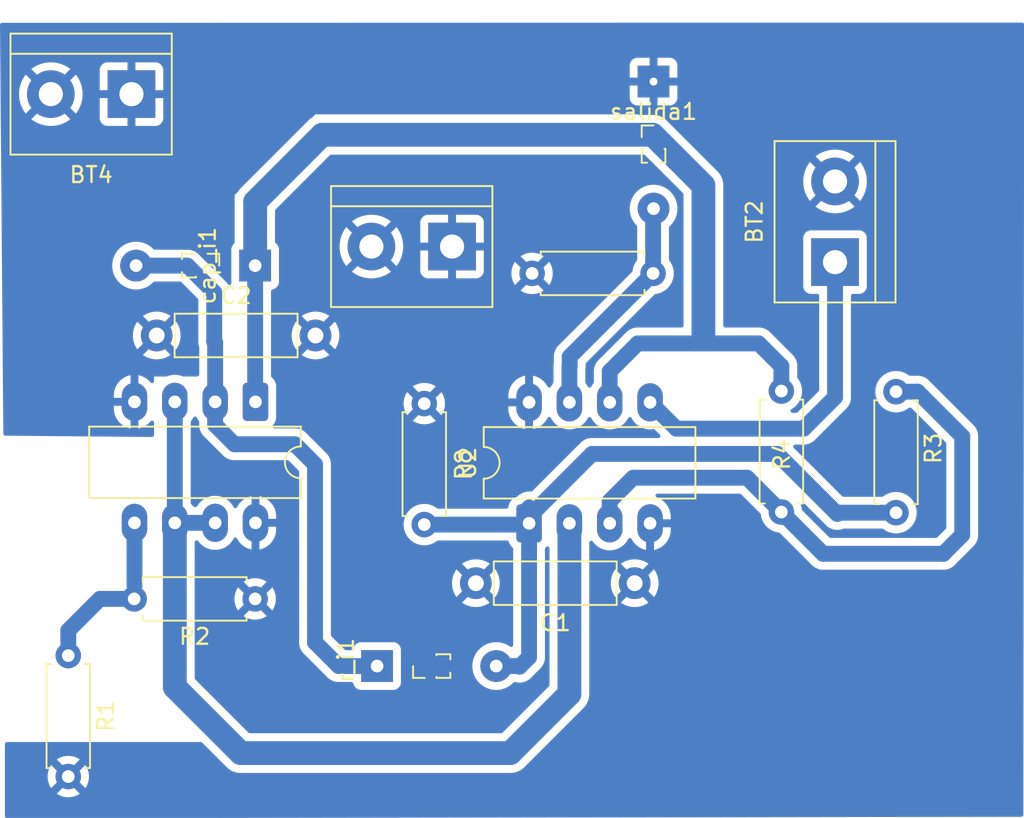
<source format=kicad_pcb>
(kicad_pcb (version 20241229) (generator "pcbnew") (generator_version "9.0")
  (layers (0 "F.Cu" signal) (2 "B.Cu" signal) (13 "F.Paste" user) (15 "B.Paste" user) (5 "F.SilkS" user "F.Silkscreen") (7 "B.SilkS" user "B.Silkscreen") (1 "F.Mask" user) (3 "B.Mask" user) (25 "Edge.Cuts" user))
  (net 0 "")
  (net 1 "Vref")
  (net 2 "GND")
  (net 3 "Net-(U1A--)")
  (net 4 "Net-(U2B--)")
  (net 5 "Bat")
  (net 6 "Net-(r_i1-Pin_2)")
  (net 7 "Net-(U2A-+)")
  (net 8 "Net-(salida1-Pin_2)")
  (net 9 "Net-(U1A-+)")
  (net 10 "Net-(U1B-+)")
  (footprint "Resistor_THT:R_Axial_DIN0207_L6.3mm_D2.5mm_P7.62mm_Horizontal" (layer "F.Cu") (at 173.25 67.29 -90)
    (property "Reference" "R8" (at 3.84 -2.48 90) (layer "F.SilkS"))
    (property "Value" "R" (hide yes))
    (fp_line (start 0.54 1.37) (end 7.08 1.37) (stroke (width 0.12)) (layer "F.SilkS"))
    (fp_line (start 7.08 1.37) (end 7.08 1.04) (stroke (width 0.12)) (layer "F.SilkS"))
    (fp_line (start 0.54 1.04) (end 0.54 1.37) (stroke (width 0.12)) (layer "F.SilkS"))
    (fp_line (start 0.54 -1.04) (end 0.54 -1.37) (stroke (width 0.12)) (layer "F.SilkS"))
    (fp_line (start 0.54 -1.37) (end 7.08 -1.37) (stroke (width 0.12)) (layer "F.SilkS"))
    (fp_line (start 7.08 -1.37) (end 7.08 -1.04) (stroke (width 0.12)) (layer "F.SilkS"))
    (pad "1" thru_hole circle (at 0 0 270) (size 1.6 1.6) (drill 0.8) (layers "*.Cu" "*.Mask") (net 5 "Bat"))
    (pad "2" thru_hole circle (at 7.62 0 270) (size 1.6 1.6) (drill 0.8) (layers "*.Cu" "*.Mask") (net 6 "Net-(r_i1-Pin_2)"))
  )
  (footprint "Resistor_THT:R_Axial_DIN0207_L6.3mm_D2.5mm_P7.62mm_Horizontal" (layer "F.Cu") (at 162.6 79.59 180)
    (property "Reference" "R2" (at 3.81 -2.37 0) (layer "F.SilkS"))
    (property "Value" "100k")
    (fp_line (start 7.08 1.37) (end 7.08 1.04) (stroke (width 0.12)) (layer "F.SilkS"))
    (fp_line (start 7.08 -1.37) (end 7.08 -1.04) (stroke (width 0.12)) (layer "F.SilkS"))
    (fp_line (start 0.54 1.37) (end 7.08 1.37) (stroke (width 0.12)) (layer "F.SilkS"))
    (fp_line (start 0.54 1.04) (end 0.54 1.37) (stroke (width 0.12)) (layer "F.SilkS"))
    (fp_line (start 0.54 -1.04) (end 0.54 -1.37) (stroke (width 0.12)) (layer "F.SilkS"))
    (fp_line (start 0.54 -1.37) (end 7.08 -1.37) (stroke (width 0.12)) (layer "F.SilkS"))
    (pad "1" thru_hole circle (at 0 0 180) (size 1.6 1.6) (drill 0.8) (layers "*.Cu" "*.Mask") (net 5 "Bat"))
    (pad "2" thru_hole circle (at 7.62 0 180) (size 1.6 1.6) (drill 0.8) (layers "*.Cu" "*.Mask") (net 10 "Net-(U1B-+)"))
  )
  (footprint "Connector_PinHeader_1.00mm:PinHeader_1x02_P1.00mm_Vertical" (layer "F.Cu") (at 187.69 50.51)
    (property "Reference" "salida1" (at 0 -1.61 0) (layer "F.SilkS"))
    (property "Value" "Conn_01x02_Pin")
    (fp_line (start -0.745 -0.735) (end 0 -0.735) (stroke (width 0.12)) (layer "F.SilkS"))
    (fp_line (start -0.745 0) (end -0.745 -0.735) (stroke (width 0.12)) (layer "F.SilkS"))
    (fp_line (start -0.745 0.735) (end -0.745 1.61) (stroke (width 0.12)) (layer "F.SilkS"))
    (fp_line (start -0.745 0.735) (end -0.685565 0.735) (stroke (width 0.12)) (layer "F.SilkS"))
    (fp_line (start -0.745 1.61) (end -0.41003 1.61) (stroke (width 0.12)) (layer "F.SilkS"))
    (fp_line (start 0.41003 1.61) (end 0.745 1.61) (stroke (width 0.12)) (layer "F.SilkS"))
    (fp_line (start 0.685565 0.735) (end 0.745 0.735) (stroke (width 0.12)) (layer "F.SilkS"))
    (fp_line (start 0.745 0.735) (end 0.745 1.61) (stroke (width 0.12)) (layer "F.SilkS"))
    (pad "1" thru_hole rect (at 0 -3.5) (size 2 2) (drill 0.5) (layers "*.Cu" "*.Mask") (net 2 "GND"))
    (pad "2" thru_hole circle (at 0 4.5) (size 2 2) (drill 0.8) (layers "*.Cu" "*.Mask") (net 8 "Net-(salida1-Pin_2)"))
  )
  (footprint "Package_DIP:CERDIP-8_W7.62mm_SideBrazed_LongPads" (layer "F.Cu") (at 162.62 67.18 -90)
    (property "Reference" "U1" (hide yes))
    (property "Value" "TL072")
    (fp_line (start 1.56 10.475) (end 6.06 10.475) (stroke (width 0.12)) (layer "F.SilkS"))
    (fp_line (start 6.06 10.475) (end 6.06 -2.855) (stroke (width 0.12)) (layer "F.SilkS"))
    (fp_line (start 1.56 -2.855) (end 1.56 10.475) (stroke (width 0.12)) (layer "F.SilkS"))
    (fp_line (start 2.81 -2.855) (end 1.56 -2.855) (stroke (width 0.12)) (layer "F.SilkS"))
    (fp_line (start 6.06 -2.855) (end 4.81 -2.855) (stroke (width 0.12)) (layer "F.SilkS"))
    (fp_arc (start 4.81 -2.855) (mid 3.81 -1.855) (end 2.81 -2.855) (stroke (width 0.12)) (layer "F.SilkS"))
    (pad "1" thru_hole roundrect (at 0 0 270) (size 2.4 1.6) (drill 0.8) (layers "*.Cu" "*.Mask") (roundrect_rratio 0.15625) (net 4 "Net-(U2B--)"))
    (pad "2" thru_hole oval (at 0 2.54 270) (size 2.4 1.6) (drill 0.8) (layers "*.Cu" "*.Mask") (net 3 "Net-(U1A--)"))
    (pad "3" thru_hole oval (at 0 5.08 270) (size 2.4 1.6) (drill 0.8) (layers "*.Cu" "*.Mask") (net 9 "Net-(U1A-+)"))
    (pad "4" thru_hole oval (at 0 7.62 270) (size 2.4 1.6) (drill 0.8) (layers "*.Cu" "*.Mask") (net 2 "GND"))
    (pad "5" thru_hole oval (at 7.62 7.62 270) (size 2.4 1.6) (drill 0.8) (layers "*.Cu" "*.Mask") (net 10 "Net-(U1B-+)"))
    (pad "6" thru_hole oval (at 7.62 5.08 270) (size 2.4 1.6) (drill 0.8) (layers "*.Cu" "*.Mask") (net 9 "Net-(U1A-+)"))
    (pad "7" thru_hole oval (at 7.62 2.54 270) (size 2.4 1.6) (drill 0.8) (layers "*.Cu" "*.Mask") (net 9 "Net-(U1A-+)"))
    (pad "8" thru_hole oval (at 7.62 0 270) (size 2.4 1.6) (drill 0.8) (layers "*.Cu" "*.Mask") (net 5 "Bat"))
  )
  (footprint "Resistor_THT:R_Axial_DIN0207_L6.3mm_D2.5mm_P7.62mm_Horizontal" (layer "F.Cu") (at 150.83 83.16 -90)
    (property "Reference" "R1" (at 3.81 -2.37 90) (layer "F.SilkS"))
    (property "Value" "R")
    (fp_line (start 0.54 1.37) (end 7.08 1.37) (stroke (width 0.12)) (layer "F.SilkS"))
    (fp_line (start 7.08 1.37) (end 7.08 1.04) (stroke (width 0.12)) (layer "F.SilkS"))
    (fp_line (start 0.54 1.04) (end 0.54 1.37) (stroke (width 0.12)) (layer "F.SilkS"))
    (fp_line (start 0.54 -1.04) (end 0.54 -1.37) (stroke (width 0.12)) (layer "F.SilkS"))
    (fp_line (start 0.54 -1.37) (end 7.08 -1.37) (stroke (width 0.12)) (layer "F.SilkS"))
    (fp_line (start 7.08 -1.37) (end 7.08 -1.04) (stroke (width 0.12)) (layer "F.SilkS"))
    (pad "1" thru_hole circle (at 0 0 270) (size 1.6 1.6) (drill 0.8) (layers "*.Cu" "*.Mask") (net 10 "Net-(U1B-+)"))
    (pad "2" thru_hole circle (at 7.62 0 270) (size 1.6 1.6) (drill 0.8) (layers "*.Cu" "*.Mask") (net 2 "GND"))
  )
  (footprint "TerminalBlock:TerminalBlock_bornier-2_P5.08mm" (layer "F.Cu") (at 154.81 47.8 180)
    (property "Reference" "BT4" (at 2.54 -5.08 0) (layer "F.SilkS"))
    (property "Value" "Battery")
    (fp_line (start 7.62 3.81) (end 7.62 -3.81) (stroke (width 0.12)) (layer "F.SilkS"))
    (fp_line (start 7.62 2.54) (end -2.54 2.54) (stroke (width 0.12)) (layer "F.SilkS"))
    (fp_line (start 7.62 -3.81) (end -2.54 -3.81) (stroke (width 0.12)) (layer "F.SilkS"))
    (fp_line (start -2.54 3.81) (end 7.62 3.81) (stroke (width 0.12)) (layer "F.SilkS"))
    (fp_line (start -2.54 -3.81) (end -2.54 3.81) (stroke (width 0.12)) (layer "F.SilkS"))
    (pad "1" thru_hole rect (at 0 0 180) (size 3 3) (drill 1.52) (layers "*.Cu" "*.Mask") (net 2 "GND"))
    (pad "2" thru_hole circle (at 5.08 0 180) (size 3 3) (drill 1.52) (layers "*.Cu" "*.Mask") (net 2 "GND"))
  )
  (footprint "Resistor_THT:R_Axial_DIN0207_L6.3mm_D2.5mm_P7.62mm_Horizontal" (layer "F.Cu") (at 202.96 66.54 -90)
    (property "Reference" "R3" (at 3.57 -2.35 90) (layer "F.SilkS"))
    (property "Value" "50k")
    (fp_line (start 0.54 1.37) (end 7.08 1.37) (stroke (width 0.12)) (layer "F.SilkS"))
    (fp_line (start 7.08 1.37) (end 7.08 1.04) (stroke (width 0.12)) (layer "F.SilkS"))
    (fp_line (start 0.54 1.04) (end 0.54 1.37) (stroke (width 0.12)) (layer "F.SilkS"))
    (fp_line (start 0.54 -1.04) (end 0.54 -1.37) (stroke (width 0.12)) (layer "F.SilkS"))
    (fp_line (start 0.54 -1.37) (end 7.08 -1.37) (stroke (width 0.12)) (layer "F.SilkS"))
    (fp_line (start 7.08 -1.37) (end 7.08 -1.04) (stroke (width 0.12)) (layer "F.SilkS"))
    (pad "1" thru_hole circle (at 0 0 270) (size 1.6 1.6) (drill 0.8) (layers "*.Cu" "*.Mask") (net 7 "Net-(U2A-+)"))
    (pad "2" thru_hole circle (at 7.62 0 270) (size 1.6 1.6) (drill 0.8) (layers "*.Cu" "*.Mask") (net 6 "Net-(r_i1-Pin_2)"))
  )
  (footprint "TerminalBlock:TerminalBlock_bornier-2_P5.08mm" (layer "F.Cu") (at 199.12 58.38 90)
    (property "Reference" "BT2" (at 2.54 -5.08 90) (layer "F.SilkS"))
    (property "Value" "Battery")
    (fp_line (start 7.62 -3.81) (end -2.54 -3.81) (stroke (width 0.12)) (layer "F.SilkS"))
    (fp_line (start -2.54 -3.81) (end -2.54 3.81) (stroke (width 0.12)) (layer "F.SilkS"))
    (fp_line (start 7.62 2.54) (end -2.54 2.54) (stroke (width 0.12)) (layer "F.SilkS"))
    (fp_line (start 7.62 3.81) (end 7.62 -3.81) (stroke (width 0.12)) (layer "F.SilkS"))
    (fp_line (start -2.54 3.81) (end 7.62 3.81) (stroke (width 0.12)) (layer "F.SilkS"))
    (pad "1" thru_hole rect (at 0 0 90) (size 3 3) (drill 1.52) (layers "*.Cu" "*.Mask") (net 1 "Vref"))
    (pad "2" thru_hole circle (at 5.08 0 90) (size 3 3) (drill 1.52) (layers "*.Cu" "*.Mask") (net 2 "GND"))
  )
  (footprint "Resistor_THT:R_Axial_DIN0207_L6.3mm_D2.5mm_P7.62mm_Horizontal" (layer "F.Cu") (at 195.74 74.12 90)
    (property "Reference" "R4" (at 3.61 0.03 90) (layer "F.SilkS"))
    (property "Value" "47k")
    (fp_line (start 7.08 -1.37) (end 7.08 -1.04) (stroke (width 0.12)) (layer "F.SilkS"))
    (fp_line (start 0.54 -1.37) (end 7.08 -1.37) (stroke (width 0.12)) (layer "F.SilkS"))
    (fp_line (start 0.54 -1.04) (end 0.54 -1.37) (stroke (width 0.12)) (layer "F.SilkS"))
    (fp_line (start 0.54 1.04) (end 0.54 1.37) (stroke (width 0.12)) (layer "F.SilkS"))
    (fp_line (start 7.08 1.37) (end 7.08 1.04) (stroke (width 0.12)) (layer "F.SilkS"))
    (fp_line (start 0.54 1.37) (end 7.08 1.37) (stroke (width 0.12)) (layer "F.SilkS"))
    (pad "1" thru_hole circle (at 0 0 90) (size 1.6 1.6) (drill 0.8) (layers "*.Cu" "*.Mask") (net 7 "Net-(U2A-+)"))
    (pad "2" thru_hole circle (at 7.62 0 90) (size 1.6 1.6) (drill 0.8) (layers "*.Cu" "*.Mask") (net 4 "Net-(U2B--)"))
  )
  (footprint "Package_DIP:CERDIP-8_W7.62mm_SideBrazed_LongPads" (layer "F.Cu") (at 179.85 74.83 90)
    (property "Reference" "U2" (at 3.81 -3.855 90) (layer "F.SilkS"))
    (property "Value" "LM393")
    (fp_line (start 6.06 -2.855) (end 4.81 -2.855) (stroke (width 0.12)) (layer "F.SilkS"))
    (fp_line (start 2.81 -2.855) (end 1.56 -2.855) (stroke (width 0.12)) (layer "F.SilkS"))
    (fp_line (start 1.56 -2.855) (end 1.56 10.475) (stroke (width 0.12)) (layer "F.SilkS"))
    (fp_line (start 6.06 10.475) (end 6.06 -2.855) (stroke (width 0.12)) (layer "F.SilkS"))
    (fp_line (start 1.56 10.475) (end 6.06 10.475) (stroke (width 0.12)) (layer "F.SilkS"))
    (fp_arc (start 4.81 -2.855) (mid 3.81 -1.855) (end 2.81 -2.855) (stroke (width 0.12)) (layer "F.SilkS"))
    (pad "1" thru_hole roundrect (at 0 0 90) (size 2.4 1.6) (drill 0.8) (layers "*.Cu" "*.Mask") (roundrect_rratio 0.15625) (net 6 "Net-(r_i1-Pin_2)"))
    (pad "2" thru_hole oval (at 0 2.54 90) (size 2.4 1.6) (drill 0.8) (layers "*.Cu" "*.Mask") (net 9 "Net-(U1A-+)"))
    (pad "3" thru_hole oval (at 0 5.08 90) (size 2.4 1.6) (drill 0.8) (layers "*.Cu" "*.Mask") (net 7 "Net-(U2A-+)"))
    (pad "4" thru_hole oval (at 0 7.62 90) (size 2.4 1.6) (drill 0.8) (layers "*.Cu" "*.Mask") (net 2 "GND"))
    (pad "5" thru_hole oval (at 7.62 7.62 90) (size 2.4 1.6) (drill 0.8) (layers "*.Cu" "*.Mask") (net 1 "Vref"))
    (pad "6" thru_hole oval (at 7.62 5.08 90) (size 2.4 1.6) (drill 0.8) (layers "*.Cu" "*.Mask") (net 4 "Net-(U2B--)"))
    (pad "7" thru_hole oval (at 7.62 2.54 90) (size 2.4 1.6) (drill 0.8) (layers "*.Cu" "*.Mask") (net 8 "Net-(salida1-Pin_2)"))
    (pad "8" thru_hole oval (at 7.62 0 90) (size 2.4 1.6) (drill 0.8) (layers "*.Cu" "*.Mask") (net 5 "Bat"))
  )
  (footprint "TerminalBlock:TerminalBlock_bornier-2_P5.08mm" (layer "F.Cu") (at 175 57.4 180)
    (property "Reference" "BT3" (hide yes))
    (property "Value" "Battery")
    (fp_line (start 7.62 3.81) (end 7.62 -3.81) (stroke (width 0.12)) (layer "F.SilkS"))
    (fp_line (start 7.62 2.54) (end -2.54 2.54) (stroke (width 0.12)) (layer "F.SilkS"))
    (fp_line (start 7.62 -3.81) (end -2.54 -3.81) (stroke (width 0.12)) (layer "F.SilkS"))
    (fp_line (start -2.54 3.81) (end 7.62 3.81) (stroke (width 0.12)) (layer "F.SilkS"))
    (fp_line (start -2.54 -3.81) (end -2.54 3.81) (stroke (width 0.12)) (layer "F.SilkS"))
    (pad "1" thru_hole rect (at 0 0 180) (size 3 3) (drill 1.52) (layers "*.Cu" "*.Mask") (net 5 "Bat"))
    (pad "2" thru_hole circle (at 5.08 0 180) (size 3 3) (drill 1.52) (layers "*.Cu" "*.Mask") (net 5 "Bat"))
  )
  (footprint "Capacitor_THT:C_Disc_D7.5mm_W2.5mm_P5.00mm" (layer "F.Cu") (at 158.9 63)
    (property "Reference" "C2" (at 2.5 -2.5 0) (layer "F.SilkS"))
    (property "Value" "C")
    (fp_line (start -1.37 -1.37) (end -1.37 1.37) (stroke (width 0.12)) (layer "F.SilkS"))
    (fp_line (start -1.37 -1.37) (end 6.37 -1.37) (stroke (width 0.12)) (layer "F.SilkS"))
    (fp_line (start -1.37 1.37) (end 6.37 1.37) (stroke (width 0.12)) (layer "F.SilkS"))
    (fp_line (start 6.37 -1.37) (end 6.37 1.37) (stroke (width 0.12)) (layer "F.SilkS"))
    (pad "1" thru_hole circle (at -2.5 0) (size 2 2) (drill 1) (layers "*.Cu" "*.Mask") (net 2 "GND"))
    (pad "2" thru_hole circle (at 7.5 0) (size 2 2) (drill 1) (layers "*.Cu" "*.Mask") (net 5 "Bat"))
  )
  (footprint "Connector_PinHeader_1.00mm:PinHeader_1x02_P1.00mm_Vertical" (layer "F.Cu") (at 173.28 83.82 90)
    (property "Reference" "r_i1" (at 0.36 -4.98 90) (layer "F.SilkS"))
    (property "Value" "Conn_01x02_Pin")
    (fp_line (start -0.745 -0.735) (end 0 -0.735) (stroke (width 0.12)) (layer "F.SilkS"))
    (fp_line (start -0.745 0) (end -0.745 -0.735) (stroke (width 0.12)) (layer "F.SilkS"))
    (fp_line (start 0.745 0.735) (end 0.745 1.61) (stroke (width 0.12)) (layer "F.SilkS"))
    (fp_line (start 0.685565 0.735) (end 0.745 0.735) (stroke (width 0.12)) (layer "F.SilkS"))
    (fp_line (start -0.745 0.735) (end -0.685565 0.735) (stroke (width 0.12)) (layer "F.SilkS"))
    (fp_line (start -0.745 0.735) (end -0.745 1.61) (stroke (width 0.12)) (layer "F.SilkS"))
    (fp_line (start 0.41003 1.61) (end 0.745 1.61) (stroke (width 0.12)) (layer "F.SilkS"))
    (fp_line (start -0.745 1.61) (end -0.41003 1.61) (stroke (width 0.12)) (layer "F.SilkS"))
    (pad "1" thru_hole rect (at 0 -3 90) (size 2 2) (drill 0.8) (layers "*.Cu" "*.Mask" "Eco2.User") (net 3 "Net-(U1A--)"))
    (pad "2" thru_hole circle (at 0 4.5 90) (size 2 2) (drill 0.8) (layers "*.Cu" "*.Mask") (net 6 "Net-(r_i1-Pin_2)"))
  )
  (footprint "Capacitor_THT:C_Disc_D7.5mm_W2.5mm_P5.00mm" (layer "F.Cu") (at 184 78.6 180)
    (property "Reference" "C1" (at 2.5 -2.5 0) (layer "F.SilkS"))
    (property "Value" "C")
    (fp_line (start 6.37 -1.37) (end 6.37 1.37) (stroke (width 0.12)) (layer "F.SilkS"))
    (fp_line (start -1.37 1.37) (end 6.37 1.37) (stroke (width 0.12)) (layer "F.SilkS"))
    (fp_line (start -1.37 -1.37) (end 6.37 -1.37) (stroke (width 0.12)) (layer "F.SilkS"))
    (fp_line (start -1.37 -1.37) (end -1.37 1.37) (stroke (width 0.12)) (layer "F.SilkS"))
    (pad "1" thru_hole circle (at -2.5 0 180) (size 2 2) (drill 1) (layers "*.Cu" "*.Mask") (net 2 "GND"))
    (pad "2" thru_hole circle (at 7.5 0 180) (size 2 2) (drill 1) (layers "*.Cu" "*.Mask") (net 5 "Bat"))
  )
  (footprint "Resistor_THT:R_Axial_DIN0207_L6.3mm_D2.5mm_P7.62mm_Horizontal" (layer "F.Cu") (at 187.66 59.09 180)
    (property "Reference" "R6" (hide yes))
    (property "Value" "1k")
    (fp_line (start 7.08 1.37) (end 7.08 1.04) (stroke (width 0.12)) (layer "F.SilkS"))
    (fp_line (start 7.08 -1.37) (end 7.08 -1.04) (stroke (width 0.12)) (layer "F.SilkS"))
    (fp_line (start 0.54 1.37) (end 7.08 1.37) (stroke (width 0.12)) (layer "F.SilkS"))
    (fp_line (start 0.54 1.04) (end 0.54 1.37) (stroke (width 0.12)) (layer "F.SilkS"))
    (fp_line (start 0.54 -1.04) (end 0.54 -1.37) (stroke (width 0.12)) (layer "F.SilkS"))
    (fp_line (start 0.54 -1.37) (end 7.08 -1.37) (stroke (width 0.12)) (layer "F.SilkS"))
    (pad "1" thru_hole circle (at 0 0 180) (size 1.6 1.6) (drill 0.8) (layers "*.Cu" "*.Mask") (net 8 "Net-(salida1-Pin_2)"))
    (pad "2" thru_hole circle (at 7.62 0 180) (size 1.6 1.6) (drill 0.8) (layers "*.Cu" "*.Mask") (net 5 "Bat"))
  )
  (footprint "Connector_PinHeader_1.00mm:PinHeader_1x02_P1.00mm_Vertical" (layer "F.Cu") (at 159.6 58.6 -90)
    (property "Reference" "cap_i1" (at 0 0 90) (layer "F.SilkS"))
    (property "Value" "Conn_01x02_Pin")
    (fp_line (start -0.745 1.61) (end -0.41003 1.61) (stroke (width 0.12)) (layer "F.SilkS"))
    (fp_line (start 0.41003 1.61) (end 0.745 1.61) (stroke (width 0.12)) (layer "F.SilkS"))
    (fp_line (start -0.745 0.735) (end -0.745 1.61) (stroke (width 0.12)) (layer "F.SilkS"))
    (fp_line (start -0.745 0.735) (end -0.685565 0.735) (stroke (width 0.12)) (layer "F.SilkS"))
    (fp_line (start 0.685565 0.735) (end 0.745 0.735) (stroke (width 0.12)) (layer "F.SilkS"))
    (fp_line (start 0.745 0.735) (end 0.745 1.61) (stroke (width 0.12)) (layer "F.SilkS"))
    (fp_line (start -0.745 0) (end -0.745 -0.735) (stroke (width 0.12)) (layer "F.SilkS"))
    (fp_line (start -0.745 -0.735) (end 0 -0.735) (stroke (width 0.12)) (layer "F.SilkS"))
    (pad "1" thru_hole rect (at 0 -3 270) (size 2 2) (drill 0.8) (layers "*.Cu" "*.Mask") (net 4 "Net-(U2B--)"))
    (pad "2" thru_hole circle (at 0 4.5 270) (size 2 2) (drill 0.8) (layers "*.Cu" "*.Mask") (net 3 "Net-(U1A--)"))
  )
  (segment (start 187.47 67.21) (end 189.13 68.87) (width 1) (layer "B.Cu") (net 1))
  (segment (start 199.12 66.89) (end 199.12 58.38) (width 1) (layer "B.Cu") (net 1))
  (segment (start 197.14 68.87) (end 199.12 66.89) (width 1) (layer "B.Cu") (net 1))
  (segment (start 189.13 68.87) (end 197.14 68.87) (width 1) (layer "B.Cu") (net 1))
  (segment (start 160.02 60.29) (end 160.02 63.38) (width 1) (layer "B.Cu") (net 3))
  (segment (start 167.86 83.82) (end 166.37 82.33) (width 1) (layer "B.Cu") (net 3))
  (segment (start 161.29 69.85) (end 160.08 68.64) (width 1) (layer "B.Cu") (net 3))
  (segment (start 160.02 63.38) (end 160.08 63.44) (width 1) (layer "B.Cu") (net 3))
  (segment (start 170.28 83.82) (end 167.86 83.82) (width 1) (layer "B.Cu") (net 3))
  (segment (start 160.08 68.64) (end 160.08 67.18) (width 1) (layer "B.Cu") (net 3))
  (segment (start 165.1 69.85) (end 161.29 69.85) (width 1) (layer "B.Cu") (net 3))
  (segment (start 158.33 58.6) (end 160.02 60.29) (width 1) (layer "B.Cu") (net 3))
  (segment (start 155.1 58.6) (end 158.33 58.6) (width 1) (layer "B.Cu") (net 3))
  (segment (start 166.37 82.33) (end 166.37 71.12) (width 1) (layer "B.Cu") (net 3))
  (segment (start 160.08 63.44) (end 160.08 67.18) (width 1) (layer "B.Cu") (net 3))
  (segment (start 166.37 71.12) (end 165.1 69.85) (width 1) (layer "B.Cu") (net 3))
  (segment (start 186.69 63.5) (end 190.32 63.5) (width 1) (layer "B.Cu") (net 4))
  (segment (start 166.82 50.36) (end 162.6 54.58) (width 1.5) (layer "B.Cu") (net 4))
  (segment (start 184.93 65.26) (end 186.69 63.5) (width 1) (layer "B.Cu") (net 4))
  (segment (start 195.74 66.5) (end 195.74 64.93) (width 1) (layer "B.Cu") (net 4))
  (segment (start 187.64 50.36) (end 166.82 50.36) (width 1.5) (layer "B.Cu") (net 4))
  (segment (start 162.66 67.14) (end 162.62 67.18) (width 1) (layer "B.Cu") (net 4))
  (segment (start 190.83 62.99) (end 190.32 63.5) (width 1) (layer "B.Cu") (net 4))
  (segment (start 195.74 64.93) (end 194.31 63.5) (width 1) (layer "B.Cu") (net 4))
  (segment (start 190.83 62.99) (end 190.83 53.55) (width 1.5) (layer "B.Cu") (net 4))
  (segment (start 190.32 63.5) (end 190.41 63.41) (width 1) (layer "B.Cu") (net 4))
  (segment (start 191.34 63.5) (end 190.83 62.99) (width 1) (layer "B.Cu") (net 4))
  (segment (start 190.32 63.5) (end 191.34 63.5) (width 1) (layer "B.Cu") (net 4))
  (segment (start 190.83 53.55) (end 187.64 50.36) (width 1.5) (layer "B.Cu") (net 4))
  (segment (start 162.6 58.6) (end 162.6 67.16) (width 1) (layer "B.Cu") (net 4))
  (segment (start 162.6 54.58) (end 162.6 58.6) (width 1.5) (layer "B.Cu") (net 4))
  (segment (start 162.6 67.16) (end 162.62 67.18) (width 1) (layer "B.Cu") (net 4))
  (segment (start 184.93 67.21) (end 184.93 65.26) (width 1) (layer "B.Cu") (net 4))
  (segment (start 194.31 63.5) (end 191.34 63.5) (width 1) (layer "B.Cu") (net 4))
  (segment (start 179.21 83.82) (end 179.25 83.86) (width 1) (layer "B.Cu") (net 6))
  (segment (start 173.25 74.91) (end 179.77 74.91) (width 1) (layer "B.Cu") (net 6))
  (segment (start 195.49 70.47) (end 199.26 74.24) (width 1) (layer "B.Cu") (net 6))
  (segment (start 183.813001 70.46) (end 195.49 70.46) (width 1) (layer "B.Cu") (net 6))
  (segment (start 199.34 74.16) (end 202.96 74.16) (width 1) (layer "B.Cu") (net 6))
  (segment (start 179.85 74.83) (end 179.85 73.83) (width 1) (layer "B.Cu") (net 6))
  (segment (start 177.78 83.82) (end 179.21 83.82) (width 1) (layer "B.Cu") (net 6))
  (segment (start 179.7 74.98) (end 179.85 74.83) (width 1) (layer "B.Cu") (net 6))
  (segment (start 179.85 74.83) (end 179.85 74.423001) (width 1) (layer "B.Cu") (net 6))
  (segment (start 179.85 83.26) (end 179.85 74.83) (width 1) (layer "B.Cu") (net 6))
  (segment (start 179.85 74.423001) (end 183.813001 70.46) (width 1) (layer "B.Cu") (net 6))
  (segment (start 179.25 83.86) (end 179.85 83.26) (width 1) (layer "B.Cu") (net 6))
  (segment (start 199.26 74.24) (end 199.34 74.16) (width 1) (layer "B.Cu") (net 6))
  (segment (start 179.77 74.91) (end 179.85 74.83) (width 1) (layer "B.Cu") (net 6))
  (segment (start 195.49 70.46) (end 195.49 70.47) (width 1) (layer "B.Cu") (net 6))
  (segment (start 195.74 74.12) (end 198.37 76.75) (width 1) (layer "B.Cu") (net 7))
  (segment (start 204.32 66.54) (end 202.96 66.54) (width 1) (layer "B.Cu") (net 7))
  (segment (start 198.37 76.75) (end 205.95 76.75) (width 1) (layer "B.Cu") (net 7))
  (segment (start 186.4 71.96) (end 193.58 71.96) (width 1) (layer "B.Cu") (net 7))
  (segment (start 205.95 76.75) (end 205.95 76.74) (width 1) (layer "B.Cu") (net 7))
  (segment (start 184.93 74.83) (end 184.93 73.43) (width 1) (layer "B.Cu") (net 7))
  (segment (start 193.58 71.96) (end 195.74 74.12) (width 1) (layer "B.Cu") (net 7))
  (segment (start 184.93 73.43) (end 186.4 71.96) (width 1) (layer "B.Cu") (net 7))
  (segment (start 205.95 76.74) (end 207.13 75.56) (width 1) (layer "B.Cu") (net 7))
  (segment (start 207.13 69.35) (end 204.32 66.54) (width 1) (layer "B.Cu") (net 7))
  (segment (start 207.13 75.56) (end 207.13 69.35) (width 1) (layer "B.Cu") (net 7))
  (segment (start 182.41 64.34) (end 182.41 64.93) (width 1) (layer "B.Cu") (net 8))
  (segment (start 182.39 64.95) (end 182.39 67.21) (width 1) (layer "B.Cu") (net 8))
  (segment (start 187.66 59.09) (end 187.66 55.04) (width 1) (layer "B.Cu") (net 8))
  (segment (start 182.41 64.93) (end 182.39 64.95) (width 1) (layer "B.Cu") (net 8))
  (segment (start 187.66 55.04) (end 187.69 55.01) (width 1) (layer "B.Cu") (net 8))
  (segment (start 187.66 59.09) (end 182.41 64.34) (width 1) (layer "B.Cu") (net 8))
  (segment (start 182.39 85.58) (end 182.39 74.83) (width 1.5) (layer "B.Cu") (net 9))
  (segment (start 178.67 89.3) (end 182.39 85.58) (width 1.5) (layer "B.Cu") (net 9))
  (segment (start 161.69 89.3) (end 178.67 89.3) (width 1.5) (layer "B.Cu") (net 9))
  (segment (start 157.54 74.8) (end 160.08 74.8) (width 1) (layer "B.Cu") (net 9))
  (segment (start 157.54 85.15) (end 161.69 89.3) (width 1.5) (layer "B.Cu") (net 9))
  (segment (start 157.54 74.8) (end 157.54 85.15) (width 1.5) (layer "B.Cu") (net 9))
  (segment (start 157.54 67.18) (end 157.54 74.8) (width 1) (layer "B.Cu") (net 9))
  (segment (start 150.83 83.16) (end 150.83 81.58) (width 1) (layer "B.Cu") (net 10))
  (segment (start 154.98 79.59) (end 152.82 79.59) (width 1) (layer "B.Cu") (net 10))
  (segment (start 155 74.8) (end 155 78.74) (width 1) (layer "B.Cu") (net 10))
  (segment (start 150.83 81.58) (end 152.82 79.59) (width 1) (layer "B.Cu") (net 10))
  (zone (net 2) (net_name "GND") (layer "B.Cu") (connect_pads (clearance 0.5)) (min_thickness 0.25) (fill yes (thermal_gap 0.5) (thermal_bridge_width 0.5))
    (polygon (pts (xy 146.84 88.604) (xy 178.93 88.604) (xy 182.9 84.634) (xy 182.9 73.204) (xy 185.44 74.474) (xy 185.44 71.934) (xy 194.33 71.934) (xy 198.14 75.744) (xy 191.79 75.744) (xy 191.79 62.541354) (xy 190.531033 61.955605) (xy 190.52 55.424) (xy 190.52 55.424) (xy 190.52 52.884) (xy 186.71 49.074) (xy 166.39 49.074) (xy 161.31 54.154) (xy 161.31 59.234) (xy 161.31 59.234) (xy 162.58 65.584) (xy 161.31 65.584) (xy 160.04 65.584) (xy 156.23 65.584) (xy 156.23 69.394) (xy 146.74 69.31) (xy 146.53 43.31) (xy 211.03 43.294) (xy 210.98 93.314) (xy 146.84 93.399634)))
  )
  (zone (net 5) (net_name "Bat") (layer "B.Cu") (priority 1) (connect_pads (clearance 0.5)) (min_thickness 0.25) (fill yes (thermal_gap 0.5) (thermal_bridge_width 0.5))
    (polygon (pts (xy 162.91 54.47) (xy 166.81 50.36) (xy 187.54 50.36) (xy 190.72 53.54) (xy 190.511033 62.411605) (xy 190.5 62.406472) (xy 190.5 72.39) (xy 182.96 72.39) (xy 182.96 77.496899) (xy 182.88 77.47) (xy 182.39 85.09) (xy 177.88296 88.314341) (xy 162.250188 88.445255) (xy 157.68 84.262373) (xy 157.68 75.71) (xy 157.77 67.19) (xy 160.33 67.42) (xy 162.82 67.5)))
  )
)
</source>
